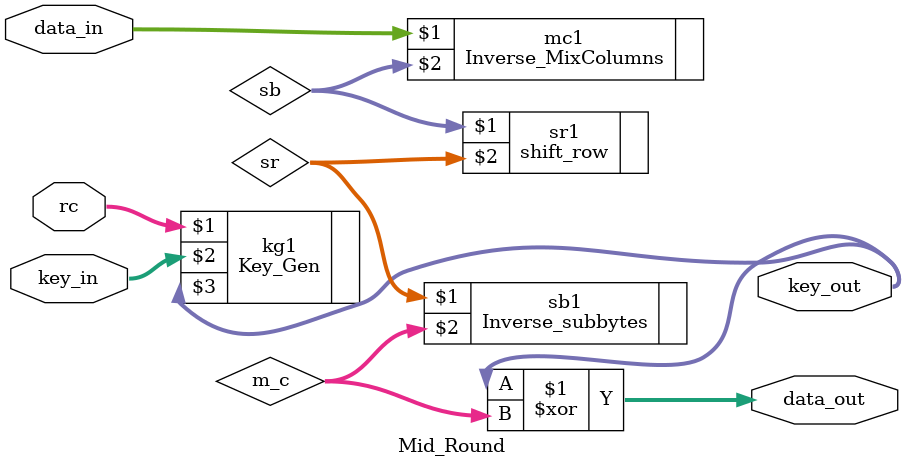
<source format=v>
module Mid_Round(rc, data_in, key_in, key_out, data_out);

input [3:0] rc;
input [127:0] key_in, data_in;
output [127:0] key_out, data_out;

wire [127:0] sb, sr, m_c;

Key_Gen kg1(rc, key_in, key_out);
Inverse_MixColumns mc1(data_in, sb);
shift_row sr1(sb, sr);
Inverse_subbytes sb1(sr, m_c);

assign data_out = key_out ^ m_c;

endmodule

</source>
